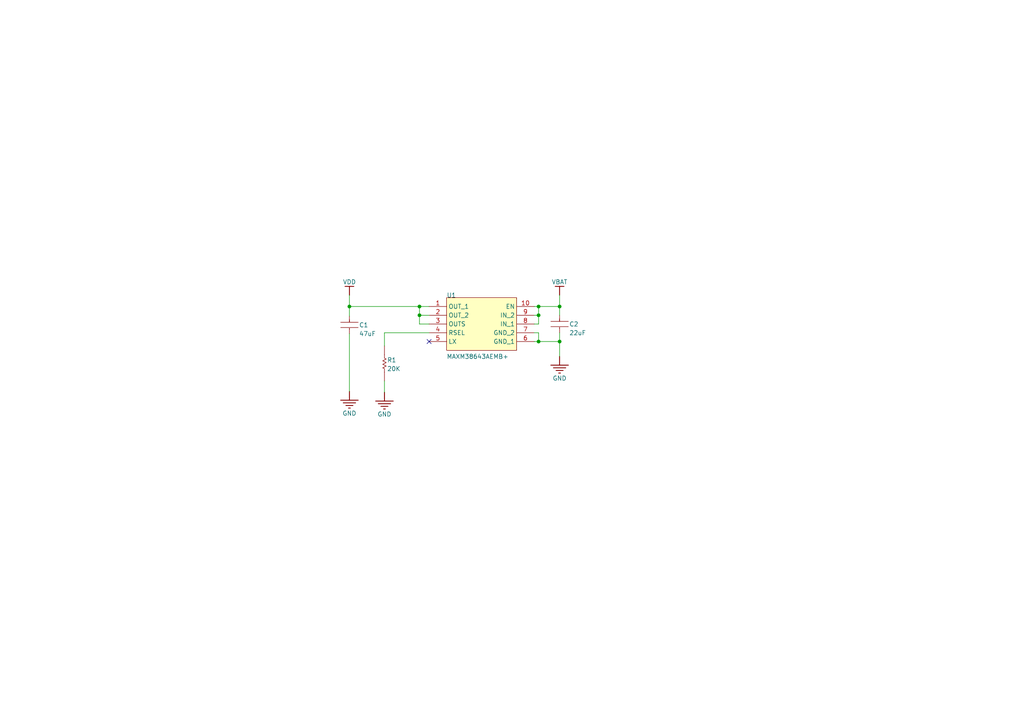
<source format=kicad_sch>
(kicad_sch (version 20250114) (generator "eeschema") (generator_version "9.0")
  (paper "A4")
  (lib_symbols
    (symbol "HydSmart_VA:root_0_MAXM38643AEMB+_*"
      (symbol "root_0_MAXM38643AEMB+_*_1_0"
        (rectangle (start 25.4 2.54) (end 5.08 -12.7) (stroke (width 0) (color 128 0 0 1)) (fill (type background)))
        (pin passive line (at 0 0 0) (length 5.08) (name "OUT_1") (number "1"))
        (pin passive line (at 0 -2.54 0) (length 5.08) (name "OUT_2") (number "2"))
        (pin passive line (at 0 -5.08 0) (length 5.08) (name "OUTS") (number "3"))
        (pin passive line (at 0 -7.62 0) (length 5.08) (name "RSEL") (number "4"))
        (pin passive line (at 0 -10.16 0) (length 5.08) (name "LX") (number "5"))
        (pin passive line (at 30.48 0 180) (length 5.08) (name "EN") (number "10"))
        (pin passive line (at 30.48 -2.54 180) (length 5.08) (name "IN_2") (number "9"))
        (pin passive line (at 30.48 -5.08 180) (length 5.08) (name "IN_1") (number "8"))
        (pin passive line (at 30.48 -7.62 180) (length 5.08) (name "GND_2") (number "7"))
        (pin passive line (at 30.48 -10.16 180) (length 5.08) (name "GND_1") (number "6"))
      )
    )
    (symbol "HydSmart_VA:root_0_b4654b650e69147ec39a6b967a45e02_Altium Content Vault" (pin_numbers (hide yes)) (pin_names (hide yes))
      (symbol "root_0_b4654b650e69147ec39a6b967a45e02_Altium Content Vault_1_0"
        (polyline (pts (xy 0 -1.778) (xy 0 -1.016)))
        (polyline (pts (xy 0 -3.556) (xy 0 -3.81)))
        (polyline (pts (xy 2.54 -1.778) (xy -2.54 -1.778)))
        (polyline (pts (xy 2.54 -3.302) (xy -2.54 -3.302)))
        (pin passive line (at 0 0 270) (length 1.778) (name "1") (number "1"))
        (pin passive line (at 0 -5.08 90) (length 1.524) (name "2") (number "2"))
      )
    )
    (symbol "HydSmart_VA:root_1_RES_Altium Content Vault_0" (pin_numbers (hide yes)) (pin_names (hide yes))
      (symbol "root_1_RES_Altium Content Vault_0_1_0"
        (polyline (pts (xy 2.54 5.08) (xy 2.54 4.064) (xy 3.048 3.81) (xy 2.032 3.302) (xy 3.048 2.794) (xy 2.032 2.286) (xy 3.048 1.778) (xy 2.032 1.27) (xy 2.54 1.016) (xy 2.54 0)))
        (pin passive line (at 2.54 7.62 270) (length 2.54) (name "2") (number "2"))
        (pin passive line (at 2.54 -2.54 90) (length 2.54) (name "1") (number "1"))
      )
    )
    (symbol "Hydrosmart_PWR-altium-import:GND_POWER_GROUND" (power)
      (property "Value" "GND" (at 0 -6.35 0))
      (symbol "GND_POWER_GROUND_0_0"
        (polyline (pts (xy -2.54 -2.54) (xy 2.54 -2.54)) (stroke (width 0.254)))
        (polyline (pts (xy -1.778 -3.302) (xy 1.778 -3.302)) (stroke (width 0.254)))
        (polyline (pts (xy -1.016 -4.064) (xy 1.016 -4.064)) (stroke (width 0.254)))
        (polyline (pts (xy -0.254 -4.826) (xy 0.254 -4.826)) (stroke (width 0.254)))
        (polyline (pts (xy 0 0) (xy 0 -2.54)) (stroke (width 0.254)))
        (pin power_in line (at 0 0 0) (length 0) (hide yes) (name "GND") (number ""))
      )
    )
    (symbol "Hydrosmart_PWR-altium-import:VBAT_BAR" (power)
      (property "Value" "VBAT" (at 0 -3.81 0))
      (symbol "VBAT_BAR_0_0"
        (polyline (pts (xy -1.27 -2.54) (xy 1.27 -2.54)) (stroke (width 0.254)))
        (polyline (pts (xy 0 0) (xy 0 -2.54)) (stroke (width 0.254)))
        (pin power_in line (at 0 0 0) (length 0) (hide yes) (name "VBAT") (number ""))
      )
    )
    (symbol "Hydrosmart_PWR-altium-import:VDD_BAR" (power)
      (property "Value" "VDD" (at 0 -3.81 0))
      (symbol "VDD_BAR_0_0"
        (polyline (pts (xy -1.27 -2.54) (xy 1.27 -2.54)) (stroke (width 0.254)))
        (polyline (pts (xy 0 0) (xy 0 -2.54)) (stroke (width 0.254)))
        (pin power_in line (at 0 0 0) (length 0) (hide yes) (name "VDD") (number ""))
      )
    )
  )
  (junction (at 101.346 88.9))
  (junction (at 156.21 91.44))
  (junction (at 162.306 99.06))
  (junction (at 156.21 88.9))
  (junction (at 121.666 88.9))
  (junction (at 156.21 99.06))
  (junction (at 162.306 88.9))
  (junction (at 121.666 91.44))
  (no_connect (at 124.46 99.06))
  (wire (pts (xy 124.46 96.52) (xy 111.506 96.52)))
  (wire (pts (xy 121.666 93.98) (xy 121.666 91.44)))
  (wire (pts (xy 162.306 88.9) (xy 162.306 91.44)))
  (wire (pts (xy 121.666 88.9) (xy 121.666 91.44)))
  (wire (pts (xy 162.306 99.06) (xy 156.21 99.06)))
  (wire (pts (xy 101.346 85.598) (xy 101.346 88.9)))
  (wire (pts (xy 111.506 110.49) (xy 111.506 113.792)))
  (wire (pts (xy 124.46 88.9) (xy 121.666 88.9)))
  (wire (pts (xy 121.666 88.9) (xy 101.346 88.9)))
  (wire (pts (xy 156.21 91.44) (xy 156.21 88.9)))
  (wire (pts (xy 156.21 99.06) (xy 154.94 99.06)))
  (wire (pts (xy 154.94 96.52) (xy 156.21 96.52)))
  (wire (pts (xy 162.306 96.52) (xy 162.306 99.06)))
  (wire (pts (xy 156.21 96.52) (xy 156.21 99.06)))
  (wire (pts (xy 101.346 113.538) (xy 101.346 96.774)))
  (wire (pts (xy 154.94 88.9) (xy 156.21 88.9)))
  (wire (pts (xy 101.346 88.9) (xy 101.346 91.694)))
  (wire (pts (xy 156.21 93.98) (xy 154.94 93.98)))
  (wire (pts (xy 162.306 88.9) (xy 162.306 85.598)))
  (wire (pts (xy 156.21 91.44) (xy 156.21 93.98)))
  (wire (pts (xy 156.21 88.9) (xy 162.306 88.9)))
  (wire (pts (xy 124.46 93.98) (xy 121.666 93.98)))
  (wire (pts (xy 154.94 91.44) (xy 156.21 91.44)))
  (wire (pts (xy 121.666 91.44) (xy 124.46 91.44)))
  (wire (pts (xy 162.306 103.378) (xy 162.306 99.06)))
  (wire (pts (xy 111.506 96.52) (xy 111.506 100.33)))
  (symbol (lib_id "Hydrosmart_PWR-altium-import:VBAT_BAR") (at 162.306 85.598 180) (unit 1)
    (property "Reference" "#PWR012" (effects (hide yes)))
    (property "Value" "VBAT" (at 162.306 81.788 0))
  )
  (symbol (lib_id "Hydrosmart_PWR-altium-import:GND_POWER_GROUND") (at 162.306 103.378 0) (unit 1)
    (property "Reference" "#PWR013" (effects (hide yes)))
    (property "Value" "GND" (at 162.306 109.728 0))
  )
  (symbol (lib_id "Hydrosmart_PWR-altium-import:VDD_BAR") (at 101.346 85.598 180) (unit 1)
    (property "Reference" "#PWR09" (effects (hide yes)))
    (property "Value" "VDD" (at 101.346 81.788 0))
  )
  (symbol (lib_id "Hydrosmart_PWR-altium-import:GND_POWER_GROUND") (at 101.346 113.538 0) (unit 1)
    (property "Reference" "#PWR010" (effects (hide yes)))
    (property "Value" "GND" (at 101.346 119.888 0))
  )
  (symbol (lib_id "HydSmart_VA:root_0_MAXM38643AEMB+_*") (at 124.46 88.9 0) (unit 1)
    (property "Reference" "U1" (at 129.54 86.36 0) (effects (justify left bottom)))
    (property "Value" "MAXM38643AEMB+" (at 129.54 104.14 0) (effects (justify left bottom)))
    (property "Footprint" "HydSmart_VA:MAXM38643AEMB" (effects (hide yes)))
    (property "Description" "Integrated Circuit" (effects (hide yes)))
    (property "DATASHEET LINK" "https://datasheets.maximintegrated.com/en/ds/MAXM38643.pdf" (effects (hide yes)))
    (property "HEIGHT" "1.45mm" (effects (hide yes)))
    (property "MOUSER PART NUMBER" "700-MAXM38643AEMB+" (effects (hide yes)))
    (property "MOUSER PRICE/STOCK" "https://www.mouser.co.uk/ProductDetail/Analog-Devices-Maxim-Integrated/MAXM38643AEMB%2b?qs=pBJMDPsKWf1IF2klgTt%252Brg%3D%3D" (effects (hide yes)))
    (property "MANUFACTURER" "Analog Devices" (effects (hide yes)))
    (property "MANUFACTURER PN" "MAXM38643AEMB+" (effects (hide yes)))
  )
  (symbol (lib_id "Hydrosmart_PWR-altium-import:GND_POWER_GROUND") (at 111.506 113.792 0) (unit 1)
    (property "Reference" "#PWR011" (effects (hide yes)))
    (property "Value" "GND" (at 111.506 120.142 0))
  )
  (symbol (lib_id "HydSmart_VA:root_1_RES_Altium Content Vault_0") (at 108.966 107.95 0) (unit 1)
    (property "Reference" "R1" (at 112.268 105.156 0) (effects (justify left bottom)))
    (property "Value" "${ALTIUM_VALUE}" (at 112.268 107.696 0) (effects (justify left bottom)))
    (property "Footprint" "HydSmart_VA:R0402" (effects (hide yes)))
    (property "Description" "RES SMD 20K OHM 1% 1/10W 0402" (effects (hide yes)))
    (property "ALTIUM_VALUE" "20K" (effects (hide yes)))
    (property "MANUFACTURER" "Panasonic Electronic Components" (effects (hide yes)))
    (property "MANUFACTURER PN" "ERJ-2RKF2002X" (effects (hide yes)))
  )
  (symbol (lib_id "HydSmart_VA:root_0_b4654b650e69147ec39a6b967a45e02_Altium Content Vault") (at 162.306 91.44 0) (unit 1)
    (property "Reference" "C2" (at 165.1 94.742 0) (effects (justify left bottom)))
    (property "Value" "${ALTIUM_VALUE}" (at 165.1 97.282 0) (effects (justify left bottom)))
    (property "Footprint" "HydSmart_VA:FP-GRM158-0_2-MFG" (effects (hide yes)))
    (property "Description" "Multilayer Ceramic Capacitors 47μF ±20% 6.3V X5R SMD 0805" (effects (hide yes)))
    (property "ALTIUM_VALUE" "22uF" (effects (hide yes)))
    (property "MANUFACTURER" "Murata Electronics" (effects (hide yes)))
    (property "MANUFACTURER PN" "GRM158R60J226ME01D" (effects (hide yes)))
  )
  (symbol (lib_id "HydSmart_VA:root_0_b4654b650e69147ec39a6b967a45e02_Altium Content Vault") (at 101.346 91.694 0) (unit 1)
    (property "Reference" "C1" (at 104.14 94.996 0) (effects (justify left bottom)))
    (property "Value" "${CAPACITANCE}" (at 104.14 97.536 0) (effects (justify left bottom)))
    (property "Footprint" "HydSmart_VA:FP-C2012-125-0_2-MFG" (effects (hide yes)))
    (property "Description" "Multilayer Ceramic Capacitors 47μF ±20% 6.3V X5R SMD 0805" (effects (hide yes)))
    (property "WEIGHT" "0.000194oz" (effects (hide yes)))
    (property "TOLERANCE" "20%" (effects (hide yes)))
    (property "WIDTH" "0.049inch" (effects (hide yes)))
    (property "CASE/PACKAGE" "0805" (effects (hide yes)))
    (property "HEIGHT" "1.25mm" (effects (hide yes)))
    (property "CAPACITANCE" "47uF" (effects (hide yes)))
    (property "VOLTAGE RATING" "6.3V" (effects (hide yes)))
    (property "CONSTRUCTION" "Flat" (effects (hide yes)))
    (property "CASE CODE (IMPERIAL)" "0805" (effects (hide yes)))
    (property "LEAD FREE" "Lead Free" (effects (hide yes)))
    (property "MAX OPERATING TEMPERATURE" "85°C" (effects (hide yes)))
    (property "TERMINATION" "SMD/SMT" (effects (hide yes)))
    (property "MIN OPERATING TEMPERATURE" "-55°C" (effects (hide yes)))
    (property "DIELECTRIC MATERIAL" "Ceramic" (effects (hide yes)))
    (property "MOUNT" "Surface Mount" (effects (hide yes)))
    (property "DIELECTRIC" "X5R" (effects (hide yes)))
    (property "DEPTH" "1.25mm" (effects (hide yes)))
    (property "LENGTH" "2mm" (effects (hide yes)))
    (property "THICKNESS" "0.057inch" (effects (hide yes)))
    (property "CASE CODE (METRIC)" "2012" (effects (hide yes)))
    (property "MANUFACTURER" "Taiyo Yuden" (effects (hide yes)))
    (property "MANUFACTURER PN" "JMK212BBJ476MG-T" (effects (hide yes)))
  )
)
</source>
